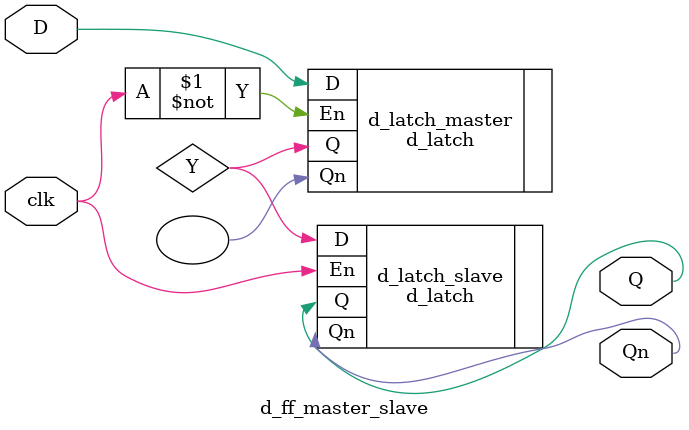
<source format=v>
module d_ff_master_slave (
    input D, clk,
    output Q, Qn
);
    wire Y;

    d_latch d_latch_master (
        .D (D),
        .En (~clk),
        .Q (Y),
        .Qn ()
    );

    d_latch d_latch_slave (
        .D (Y),
        .En (clk),
        .Q (Q),
        .Qn (Qn)
    );
endmodule

</source>
